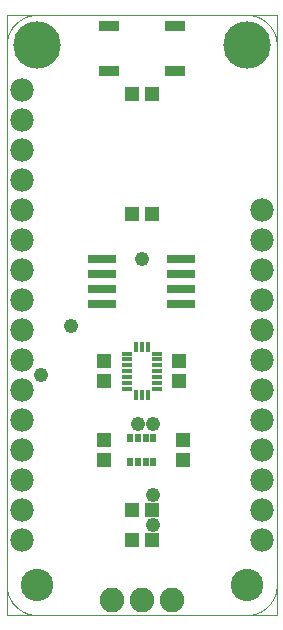
<source format=gts>
G75*
%MOIN*%
%OFA0B0*%
%FSLAX25Y25*%
%IPPOS*%
%LPD*%
%AMOC8*
5,1,8,0,0,1.08239X$1,22.5*
%
%ADD10C,0.00000*%
%ADD11R,0.04737X0.05131*%
%ADD12C,0.08200*%
%ADD13C,0.10800*%
%ADD14C,0.15800*%
%ADD15C,0.07800*%
%ADD16R,0.05131X0.04737*%
%ADD17R,0.03457X0.01784*%
%ADD18R,0.01784X0.03457*%
%ADD19R,0.02178X0.02769*%
%ADD20R,0.06800X0.03800*%
%ADD21R,0.09461X0.03162*%
%ADD22C,0.04762*%
D10*
X0005000Y0004300D02*
X0005000Y0204261D01*
X0094951Y0204261D01*
X0094951Y0004300D01*
X0005000Y0004300D01*
X0005000Y0014300D02*
X0005000Y0194300D01*
X0005003Y0194542D01*
X0005012Y0194783D01*
X0005026Y0195024D01*
X0005047Y0195265D01*
X0005073Y0195505D01*
X0005105Y0195745D01*
X0005143Y0195984D01*
X0005186Y0196221D01*
X0005236Y0196458D01*
X0005291Y0196693D01*
X0005351Y0196927D01*
X0005418Y0197159D01*
X0005489Y0197390D01*
X0005567Y0197619D01*
X0005650Y0197846D01*
X0005738Y0198071D01*
X0005832Y0198294D01*
X0005931Y0198514D01*
X0006036Y0198732D01*
X0006145Y0198947D01*
X0006260Y0199160D01*
X0006380Y0199370D01*
X0006505Y0199576D01*
X0006635Y0199780D01*
X0006770Y0199981D01*
X0006910Y0200178D01*
X0007054Y0200372D01*
X0007203Y0200562D01*
X0007357Y0200748D01*
X0007515Y0200931D01*
X0007677Y0201110D01*
X0007844Y0201285D01*
X0008015Y0201456D01*
X0008190Y0201623D01*
X0008369Y0201785D01*
X0008552Y0201943D01*
X0008738Y0202097D01*
X0008928Y0202246D01*
X0009122Y0202390D01*
X0009319Y0202530D01*
X0009520Y0202665D01*
X0009724Y0202795D01*
X0009930Y0202920D01*
X0010140Y0203040D01*
X0010353Y0203155D01*
X0010568Y0203264D01*
X0010786Y0203369D01*
X0011006Y0203468D01*
X0011229Y0203562D01*
X0011454Y0203650D01*
X0011681Y0203733D01*
X0011910Y0203811D01*
X0012141Y0203882D01*
X0012373Y0203949D01*
X0012607Y0204009D01*
X0012842Y0204064D01*
X0013079Y0204114D01*
X0013316Y0204157D01*
X0013555Y0204195D01*
X0013795Y0204227D01*
X0014035Y0204253D01*
X0014276Y0204274D01*
X0014517Y0204288D01*
X0014758Y0204297D01*
X0015000Y0204300D01*
X0085000Y0204300D01*
X0085242Y0204297D01*
X0085483Y0204288D01*
X0085724Y0204274D01*
X0085965Y0204253D01*
X0086205Y0204227D01*
X0086445Y0204195D01*
X0086684Y0204157D01*
X0086921Y0204114D01*
X0087158Y0204064D01*
X0087393Y0204009D01*
X0087627Y0203949D01*
X0087859Y0203882D01*
X0088090Y0203811D01*
X0088319Y0203733D01*
X0088546Y0203650D01*
X0088771Y0203562D01*
X0088994Y0203468D01*
X0089214Y0203369D01*
X0089432Y0203264D01*
X0089647Y0203155D01*
X0089860Y0203040D01*
X0090070Y0202920D01*
X0090276Y0202795D01*
X0090480Y0202665D01*
X0090681Y0202530D01*
X0090878Y0202390D01*
X0091072Y0202246D01*
X0091262Y0202097D01*
X0091448Y0201943D01*
X0091631Y0201785D01*
X0091810Y0201623D01*
X0091985Y0201456D01*
X0092156Y0201285D01*
X0092323Y0201110D01*
X0092485Y0200931D01*
X0092643Y0200748D01*
X0092797Y0200562D01*
X0092946Y0200372D01*
X0093090Y0200178D01*
X0093230Y0199981D01*
X0093365Y0199780D01*
X0093495Y0199576D01*
X0093620Y0199370D01*
X0093740Y0199160D01*
X0093855Y0198947D01*
X0093964Y0198732D01*
X0094069Y0198514D01*
X0094168Y0198294D01*
X0094262Y0198071D01*
X0094350Y0197846D01*
X0094433Y0197619D01*
X0094511Y0197390D01*
X0094582Y0197159D01*
X0094649Y0196927D01*
X0094709Y0196693D01*
X0094764Y0196458D01*
X0094814Y0196221D01*
X0094857Y0195984D01*
X0094895Y0195745D01*
X0094927Y0195505D01*
X0094953Y0195265D01*
X0094974Y0195024D01*
X0094988Y0194783D01*
X0094997Y0194542D01*
X0095000Y0194300D01*
X0095000Y0014300D01*
X0080000Y0014300D02*
X0080002Y0014441D01*
X0080008Y0014582D01*
X0080018Y0014722D01*
X0080032Y0014862D01*
X0080050Y0015002D01*
X0080071Y0015141D01*
X0080097Y0015280D01*
X0080126Y0015418D01*
X0080160Y0015554D01*
X0080197Y0015690D01*
X0080238Y0015825D01*
X0080283Y0015959D01*
X0080332Y0016091D01*
X0080384Y0016222D01*
X0080440Y0016351D01*
X0080500Y0016478D01*
X0080563Y0016604D01*
X0080629Y0016728D01*
X0080700Y0016851D01*
X0080773Y0016971D01*
X0080850Y0017089D01*
X0080930Y0017205D01*
X0081014Y0017318D01*
X0081100Y0017429D01*
X0081190Y0017538D01*
X0081283Y0017644D01*
X0081378Y0017747D01*
X0081477Y0017848D01*
X0081578Y0017946D01*
X0081682Y0018041D01*
X0081789Y0018133D01*
X0081898Y0018222D01*
X0082010Y0018307D01*
X0082124Y0018390D01*
X0082240Y0018470D01*
X0082359Y0018546D01*
X0082480Y0018618D01*
X0082602Y0018688D01*
X0082727Y0018753D01*
X0082853Y0018816D01*
X0082981Y0018874D01*
X0083111Y0018929D01*
X0083242Y0018981D01*
X0083375Y0019028D01*
X0083509Y0019072D01*
X0083644Y0019113D01*
X0083780Y0019149D01*
X0083917Y0019181D01*
X0084055Y0019210D01*
X0084193Y0019235D01*
X0084333Y0019255D01*
X0084473Y0019272D01*
X0084613Y0019285D01*
X0084754Y0019294D01*
X0084894Y0019299D01*
X0085035Y0019300D01*
X0085176Y0019297D01*
X0085317Y0019290D01*
X0085457Y0019279D01*
X0085597Y0019264D01*
X0085737Y0019245D01*
X0085876Y0019223D01*
X0086014Y0019196D01*
X0086152Y0019166D01*
X0086288Y0019131D01*
X0086424Y0019093D01*
X0086558Y0019051D01*
X0086692Y0019005D01*
X0086824Y0018956D01*
X0086954Y0018902D01*
X0087083Y0018845D01*
X0087210Y0018785D01*
X0087336Y0018721D01*
X0087459Y0018653D01*
X0087581Y0018582D01*
X0087701Y0018508D01*
X0087818Y0018430D01*
X0087933Y0018349D01*
X0088046Y0018265D01*
X0088157Y0018178D01*
X0088265Y0018087D01*
X0088370Y0017994D01*
X0088473Y0017897D01*
X0088573Y0017798D01*
X0088670Y0017696D01*
X0088764Y0017591D01*
X0088855Y0017484D01*
X0088943Y0017374D01*
X0089028Y0017262D01*
X0089110Y0017147D01*
X0089189Y0017030D01*
X0089264Y0016911D01*
X0089336Y0016790D01*
X0089404Y0016667D01*
X0089469Y0016542D01*
X0089531Y0016415D01*
X0089588Y0016286D01*
X0089643Y0016156D01*
X0089693Y0016025D01*
X0089740Y0015892D01*
X0089783Y0015758D01*
X0089822Y0015622D01*
X0089857Y0015486D01*
X0089889Y0015349D01*
X0089916Y0015211D01*
X0089940Y0015072D01*
X0089960Y0014932D01*
X0089976Y0014792D01*
X0089988Y0014652D01*
X0089996Y0014511D01*
X0090000Y0014370D01*
X0090000Y0014230D01*
X0089996Y0014089D01*
X0089988Y0013948D01*
X0089976Y0013808D01*
X0089960Y0013668D01*
X0089940Y0013528D01*
X0089916Y0013389D01*
X0089889Y0013251D01*
X0089857Y0013114D01*
X0089822Y0012978D01*
X0089783Y0012842D01*
X0089740Y0012708D01*
X0089693Y0012575D01*
X0089643Y0012444D01*
X0089588Y0012314D01*
X0089531Y0012185D01*
X0089469Y0012058D01*
X0089404Y0011933D01*
X0089336Y0011810D01*
X0089264Y0011689D01*
X0089189Y0011570D01*
X0089110Y0011453D01*
X0089028Y0011338D01*
X0088943Y0011226D01*
X0088855Y0011116D01*
X0088764Y0011009D01*
X0088670Y0010904D01*
X0088573Y0010802D01*
X0088473Y0010703D01*
X0088370Y0010606D01*
X0088265Y0010513D01*
X0088157Y0010422D01*
X0088046Y0010335D01*
X0087933Y0010251D01*
X0087818Y0010170D01*
X0087701Y0010092D01*
X0087581Y0010018D01*
X0087459Y0009947D01*
X0087336Y0009879D01*
X0087210Y0009815D01*
X0087083Y0009755D01*
X0086954Y0009698D01*
X0086824Y0009644D01*
X0086692Y0009595D01*
X0086558Y0009549D01*
X0086424Y0009507D01*
X0086288Y0009469D01*
X0086152Y0009434D01*
X0086014Y0009404D01*
X0085876Y0009377D01*
X0085737Y0009355D01*
X0085597Y0009336D01*
X0085457Y0009321D01*
X0085317Y0009310D01*
X0085176Y0009303D01*
X0085035Y0009300D01*
X0084894Y0009301D01*
X0084754Y0009306D01*
X0084613Y0009315D01*
X0084473Y0009328D01*
X0084333Y0009345D01*
X0084193Y0009365D01*
X0084055Y0009390D01*
X0083917Y0009419D01*
X0083780Y0009451D01*
X0083644Y0009487D01*
X0083509Y0009528D01*
X0083375Y0009572D01*
X0083242Y0009619D01*
X0083111Y0009671D01*
X0082981Y0009726D01*
X0082853Y0009784D01*
X0082727Y0009847D01*
X0082602Y0009912D01*
X0082480Y0009982D01*
X0082359Y0010054D01*
X0082240Y0010130D01*
X0082124Y0010210D01*
X0082010Y0010293D01*
X0081898Y0010378D01*
X0081789Y0010467D01*
X0081682Y0010559D01*
X0081578Y0010654D01*
X0081477Y0010752D01*
X0081378Y0010853D01*
X0081283Y0010956D01*
X0081190Y0011062D01*
X0081100Y0011171D01*
X0081014Y0011282D01*
X0080930Y0011395D01*
X0080850Y0011511D01*
X0080773Y0011629D01*
X0080700Y0011749D01*
X0080629Y0011872D01*
X0080563Y0011996D01*
X0080500Y0012122D01*
X0080440Y0012249D01*
X0080384Y0012378D01*
X0080332Y0012509D01*
X0080283Y0012641D01*
X0080238Y0012775D01*
X0080197Y0012910D01*
X0080160Y0013046D01*
X0080126Y0013182D01*
X0080097Y0013320D01*
X0080071Y0013459D01*
X0080050Y0013598D01*
X0080032Y0013738D01*
X0080018Y0013878D01*
X0080008Y0014018D01*
X0080002Y0014159D01*
X0080000Y0014300D01*
X0085000Y0004300D02*
X0085242Y0004303D01*
X0085483Y0004312D01*
X0085724Y0004326D01*
X0085965Y0004347D01*
X0086205Y0004373D01*
X0086445Y0004405D01*
X0086684Y0004443D01*
X0086921Y0004486D01*
X0087158Y0004536D01*
X0087393Y0004591D01*
X0087627Y0004651D01*
X0087859Y0004718D01*
X0088090Y0004789D01*
X0088319Y0004867D01*
X0088546Y0004950D01*
X0088771Y0005038D01*
X0088994Y0005132D01*
X0089214Y0005231D01*
X0089432Y0005336D01*
X0089647Y0005445D01*
X0089860Y0005560D01*
X0090070Y0005680D01*
X0090276Y0005805D01*
X0090480Y0005935D01*
X0090681Y0006070D01*
X0090878Y0006210D01*
X0091072Y0006354D01*
X0091262Y0006503D01*
X0091448Y0006657D01*
X0091631Y0006815D01*
X0091810Y0006977D01*
X0091985Y0007144D01*
X0092156Y0007315D01*
X0092323Y0007490D01*
X0092485Y0007669D01*
X0092643Y0007852D01*
X0092797Y0008038D01*
X0092946Y0008228D01*
X0093090Y0008422D01*
X0093230Y0008619D01*
X0093365Y0008820D01*
X0093495Y0009024D01*
X0093620Y0009230D01*
X0093740Y0009440D01*
X0093855Y0009653D01*
X0093964Y0009868D01*
X0094069Y0010086D01*
X0094168Y0010306D01*
X0094262Y0010529D01*
X0094350Y0010754D01*
X0094433Y0010981D01*
X0094511Y0011210D01*
X0094582Y0011441D01*
X0094649Y0011673D01*
X0094709Y0011907D01*
X0094764Y0012142D01*
X0094814Y0012379D01*
X0094857Y0012616D01*
X0094895Y0012855D01*
X0094927Y0013095D01*
X0094953Y0013335D01*
X0094974Y0013576D01*
X0094988Y0013817D01*
X0094997Y0014058D01*
X0095000Y0014300D01*
X0085000Y0004300D02*
X0015000Y0004300D01*
X0010000Y0014300D02*
X0010002Y0014441D01*
X0010008Y0014582D01*
X0010018Y0014722D01*
X0010032Y0014862D01*
X0010050Y0015002D01*
X0010071Y0015141D01*
X0010097Y0015280D01*
X0010126Y0015418D01*
X0010160Y0015554D01*
X0010197Y0015690D01*
X0010238Y0015825D01*
X0010283Y0015959D01*
X0010332Y0016091D01*
X0010384Y0016222D01*
X0010440Y0016351D01*
X0010500Y0016478D01*
X0010563Y0016604D01*
X0010629Y0016728D01*
X0010700Y0016851D01*
X0010773Y0016971D01*
X0010850Y0017089D01*
X0010930Y0017205D01*
X0011014Y0017318D01*
X0011100Y0017429D01*
X0011190Y0017538D01*
X0011283Y0017644D01*
X0011378Y0017747D01*
X0011477Y0017848D01*
X0011578Y0017946D01*
X0011682Y0018041D01*
X0011789Y0018133D01*
X0011898Y0018222D01*
X0012010Y0018307D01*
X0012124Y0018390D01*
X0012240Y0018470D01*
X0012359Y0018546D01*
X0012480Y0018618D01*
X0012602Y0018688D01*
X0012727Y0018753D01*
X0012853Y0018816D01*
X0012981Y0018874D01*
X0013111Y0018929D01*
X0013242Y0018981D01*
X0013375Y0019028D01*
X0013509Y0019072D01*
X0013644Y0019113D01*
X0013780Y0019149D01*
X0013917Y0019181D01*
X0014055Y0019210D01*
X0014193Y0019235D01*
X0014333Y0019255D01*
X0014473Y0019272D01*
X0014613Y0019285D01*
X0014754Y0019294D01*
X0014894Y0019299D01*
X0015035Y0019300D01*
X0015176Y0019297D01*
X0015317Y0019290D01*
X0015457Y0019279D01*
X0015597Y0019264D01*
X0015737Y0019245D01*
X0015876Y0019223D01*
X0016014Y0019196D01*
X0016152Y0019166D01*
X0016288Y0019131D01*
X0016424Y0019093D01*
X0016558Y0019051D01*
X0016692Y0019005D01*
X0016824Y0018956D01*
X0016954Y0018902D01*
X0017083Y0018845D01*
X0017210Y0018785D01*
X0017336Y0018721D01*
X0017459Y0018653D01*
X0017581Y0018582D01*
X0017701Y0018508D01*
X0017818Y0018430D01*
X0017933Y0018349D01*
X0018046Y0018265D01*
X0018157Y0018178D01*
X0018265Y0018087D01*
X0018370Y0017994D01*
X0018473Y0017897D01*
X0018573Y0017798D01*
X0018670Y0017696D01*
X0018764Y0017591D01*
X0018855Y0017484D01*
X0018943Y0017374D01*
X0019028Y0017262D01*
X0019110Y0017147D01*
X0019189Y0017030D01*
X0019264Y0016911D01*
X0019336Y0016790D01*
X0019404Y0016667D01*
X0019469Y0016542D01*
X0019531Y0016415D01*
X0019588Y0016286D01*
X0019643Y0016156D01*
X0019693Y0016025D01*
X0019740Y0015892D01*
X0019783Y0015758D01*
X0019822Y0015622D01*
X0019857Y0015486D01*
X0019889Y0015349D01*
X0019916Y0015211D01*
X0019940Y0015072D01*
X0019960Y0014932D01*
X0019976Y0014792D01*
X0019988Y0014652D01*
X0019996Y0014511D01*
X0020000Y0014370D01*
X0020000Y0014230D01*
X0019996Y0014089D01*
X0019988Y0013948D01*
X0019976Y0013808D01*
X0019960Y0013668D01*
X0019940Y0013528D01*
X0019916Y0013389D01*
X0019889Y0013251D01*
X0019857Y0013114D01*
X0019822Y0012978D01*
X0019783Y0012842D01*
X0019740Y0012708D01*
X0019693Y0012575D01*
X0019643Y0012444D01*
X0019588Y0012314D01*
X0019531Y0012185D01*
X0019469Y0012058D01*
X0019404Y0011933D01*
X0019336Y0011810D01*
X0019264Y0011689D01*
X0019189Y0011570D01*
X0019110Y0011453D01*
X0019028Y0011338D01*
X0018943Y0011226D01*
X0018855Y0011116D01*
X0018764Y0011009D01*
X0018670Y0010904D01*
X0018573Y0010802D01*
X0018473Y0010703D01*
X0018370Y0010606D01*
X0018265Y0010513D01*
X0018157Y0010422D01*
X0018046Y0010335D01*
X0017933Y0010251D01*
X0017818Y0010170D01*
X0017701Y0010092D01*
X0017581Y0010018D01*
X0017459Y0009947D01*
X0017336Y0009879D01*
X0017210Y0009815D01*
X0017083Y0009755D01*
X0016954Y0009698D01*
X0016824Y0009644D01*
X0016692Y0009595D01*
X0016558Y0009549D01*
X0016424Y0009507D01*
X0016288Y0009469D01*
X0016152Y0009434D01*
X0016014Y0009404D01*
X0015876Y0009377D01*
X0015737Y0009355D01*
X0015597Y0009336D01*
X0015457Y0009321D01*
X0015317Y0009310D01*
X0015176Y0009303D01*
X0015035Y0009300D01*
X0014894Y0009301D01*
X0014754Y0009306D01*
X0014613Y0009315D01*
X0014473Y0009328D01*
X0014333Y0009345D01*
X0014193Y0009365D01*
X0014055Y0009390D01*
X0013917Y0009419D01*
X0013780Y0009451D01*
X0013644Y0009487D01*
X0013509Y0009528D01*
X0013375Y0009572D01*
X0013242Y0009619D01*
X0013111Y0009671D01*
X0012981Y0009726D01*
X0012853Y0009784D01*
X0012727Y0009847D01*
X0012602Y0009912D01*
X0012480Y0009982D01*
X0012359Y0010054D01*
X0012240Y0010130D01*
X0012124Y0010210D01*
X0012010Y0010293D01*
X0011898Y0010378D01*
X0011789Y0010467D01*
X0011682Y0010559D01*
X0011578Y0010654D01*
X0011477Y0010752D01*
X0011378Y0010853D01*
X0011283Y0010956D01*
X0011190Y0011062D01*
X0011100Y0011171D01*
X0011014Y0011282D01*
X0010930Y0011395D01*
X0010850Y0011511D01*
X0010773Y0011629D01*
X0010700Y0011749D01*
X0010629Y0011872D01*
X0010563Y0011996D01*
X0010500Y0012122D01*
X0010440Y0012249D01*
X0010384Y0012378D01*
X0010332Y0012509D01*
X0010283Y0012641D01*
X0010238Y0012775D01*
X0010197Y0012910D01*
X0010160Y0013046D01*
X0010126Y0013182D01*
X0010097Y0013320D01*
X0010071Y0013459D01*
X0010050Y0013598D01*
X0010032Y0013738D01*
X0010018Y0013878D01*
X0010008Y0014018D01*
X0010002Y0014159D01*
X0010000Y0014300D01*
X0005000Y0014300D02*
X0005003Y0014058D01*
X0005012Y0013817D01*
X0005026Y0013576D01*
X0005047Y0013335D01*
X0005073Y0013095D01*
X0005105Y0012855D01*
X0005143Y0012616D01*
X0005186Y0012379D01*
X0005236Y0012142D01*
X0005291Y0011907D01*
X0005351Y0011673D01*
X0005418Y0011441D01*
X0005489Y0011210D01*
X0005567Y0010981D01*
X0005650Y0010754D01*
X0005738Y0010529D01*
X0005832Y0010306D01*
X0005931Y0010086D01*
X0006036Y0009868D01*
X0006145Y0009653D01*
X0006260Y0009440D01*
X0006380Y0009230D01*
X0006505Y0009024D01*
X0006635Y0008820D01*
X0006770Y0008619D01*
X0006910Y0008422D01*
X0007054Y0008228D01*
X0007203Y0008038D01*
X0007357Y0007852D01*
X0007515Y0007669D01*
X0007677Y0007490D01*
X0007844Y0007315D01*
X0008015Y0007144D01*
X0008190Y0006977D01*
X0008369Y0006815D01*
X0008552Y0006657D01*
X0008738Y0006503D01*
X0008928Y0006354D01*
X0009122Y0006210D01*
X0009319Y0006070D01*
X0009520Y0005935D01*
X0009724Y0005805D01*
X0009930Y0005680D01*
X0010140Y0005560D01*
X0010353Y0005445D01*
X0010568Y0005336D01*
X0010786Y0005231D01*
X0011006Y0005132D01*
X0011229Y0005038D01*
X0011454Y0004950D01*
X0011681Y0004867D01*
X0011910Y0004789D01*
X0012141Y0004718D01*
X0012373Y0004651D01*
X0012607Y0004591D01*
X0012842Y0004536D01*
X0013079Y0004486D01*
X0013316Y0004443D01*
X0013555Y0004405D01*
X0013795Y0004373D01*
X0014035Y0004347D01*
X0014276Y0004326D01*
X0014517Y0004312D01*
X0014758Y0004303D01*
X0015000Y0004300D01*
D11*
X0037500Y0055954D03*
X0037500Y0062646D03*
X0037500Y0082204D03*
X0037500Y0088896D03*
X0062500Y0088896D03*
X0062500Y0082204D03*
X0063750Y0062646D03*
X0063750Y0055954D03*
D12*
X0060000Y0009300D03*
X0050000Y0009300D03*
X0040000Y0009300D03*
D13*
X0015000Y0014300D03*
X0085000Y0014300D03*
D14*
X0085000Y0194300D03*
X0015000Y0194300D03*
D15*
X0010000Y0179300D03*
X0010000Y0169300D03*
X0010000Y0159300D03*
X0010000Y0149300D03*
X0010000Y0139300D03*
X0010000Y0129300D03*
X0010000Y0119300D03*
X0010000Y0109300D03*
X0010000Y0099300D03*
X0010000Y0089300D03*
X0010000Y0079300D03*
X0010000Y0069300D03*
X0010000Y0059300D03*
X0010000Y0049300D03*
X0010000Y0039300D03*
X0010000Y0029300D03*
X0090000Y0029300D03*
X0090000Y0039300D03*
X0090000Y0049300D03*
X0090000Y0059300D03*
X0090000Y0069300D03*
X0090000Y0079300D03*
X0090000Y0089300D03*
X0090000Y0099300D03*
X0090000Y0109300D03*
X0090000Y0119300D03*
X0090000Y0129300D03*
X0090000Y0139300D03*
D16*
X0053346Y0138050D03*
X0046654Y0138050D03*
X0046654Y0178050D03*
X0053346Y0178050D03*
X0053346Y0039300D03*
X0053346Y0029300D03*
X0046654Y0029300D03*
X0046654Y0039300D03*
D17*
X0045030Y0079644D03*
X0045030Y0081613D03*
X0045030Y0083581D03*
X0045030Y0085550D03*
X0045030Y0087519D03*
X0045030Y0089487D03*
X0045030Y0091456D03*
X0054970Y0091456D03*
X0054970Y0089487D03*
X0054970Y0087519D03*
X0054970Y0085550D03*
X0054970Y0083581D03*
X0054970Y0081613D03*
X0054970Y0079644D03*
D18*
X0051969Y0077627D03*
X0050000Y0077627D03*
X0048031Y0077627D03*
X0048031Y0093473D03*
X0050000Y0093473D03*
X0051969Y0093473D03*
D19*
X0051280Y0063335D03*
X0048720Y0063335D03*
X0046161Y0063335D03*
X0046161Y0055265D03*
X0048720Y0055265D03*
X0051280Y0055265D03*
X0053839Y0055265D03*
X0053839Y0063335D03*
D20*
X0061000Y0185550D03*
X0061000Y0200550D03*
X0039000Y0200550D03*
X0039000Y0185550D03*
D21*
X0036890Y0123050D03*
X0036890Y0118050D03*
X0036890Y0113050D03*
X0036890Y0108050D03*
X0063110Y0108050D03*
X0063110Y0113050D03*
X0063110Y0118050D03*
X0063110Y0123050D03*
D22*
X0050000Y0123050D03*
X0026250Y0100550D03*
X0016250Y0084300D03*
X0048750Y0068050D03*
X0053750Y0068050D03*
X0053750Y0044300D03*
X0053750Y0034300D03*
M02*

</source>
